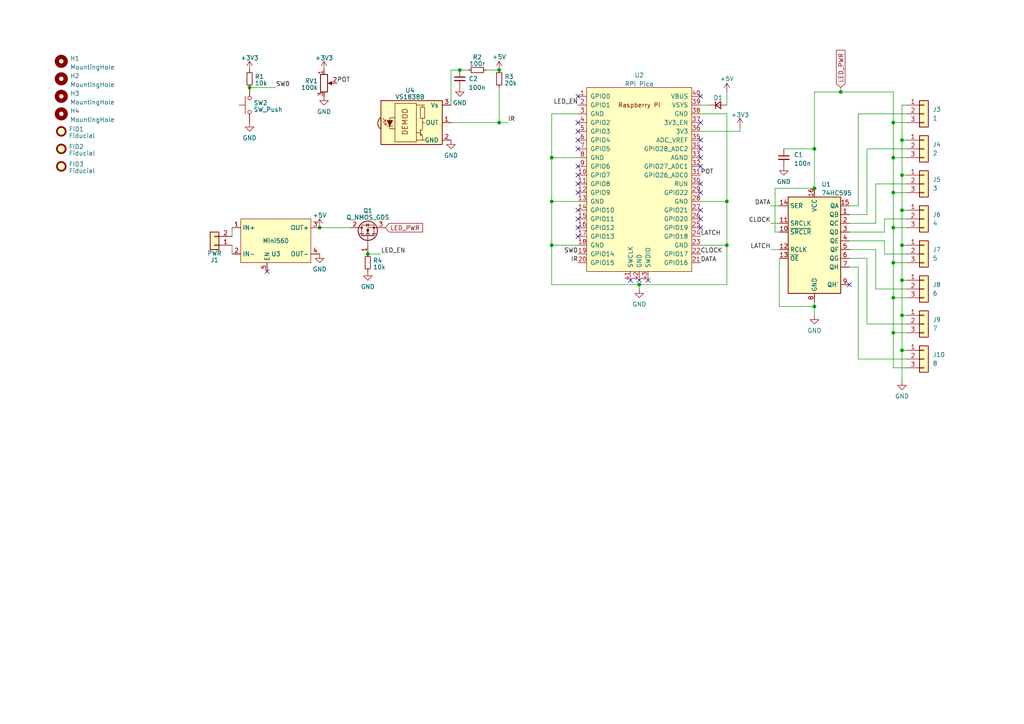
<source format=kicad_sch>
(kicad_sch (version 20230121) (generator eeschema)
  (paper "A4")
  (lib_symbols
    (symbol "12v-jelly:VS1838B" (pin_names (offset 1.016))
      (property "Reference" "U" (at -10.16 7.62 0))
      (property "Value" "VS1838B" (at -10.16 -7.62 0))
      (symbol "VS1838B_0_0"
        (arc (start -10.287 1.397) (mid -11.0899 -0.1852) (end -10.287 -1.778) (stroke (width 0.254)) (fill (type background)))
        (polyline (pts (xy 1.905 -5.08) (xy 0.127 -5.08)))
        (polyline (pts (xy 1.905 5.08) (xy 0.127 5.08)))
        (text "DEMOD" (at -3.175 0.254 900) (effects (font (size 1.524 1.524))))
      )
      (symbol "VS1838B_0_1"
        (rectangle (start -10.16 6.35) (end 7.62 -6.35) (stroke (width 0.254)) (fill (type background)))
        (rectangle (start -6.096 5.588) (end 0.127 -5.588))
        (polyline (pts (xy -8.763 0.381) (xy -9.652 1.27)))
        (polyline (pts (xy -8.763 0.381) (xy -9.271 0.381)))
        (polyline (pts (xy -8.763 0.381) (xy -8.763 0.889)))
        (polyline (pts (xy -8.636 -0.635) (xy -9.525 0.254)))
        (polyline (pts (xy -8.636 -0.635) (xy -9.144 -0.635)))
        (polyline (pts (xy -8.636 -0.635) (xy -8.636 -0.127)))
        (polyline (pts (xy -8.382 -1.016) (xy -6.731 -1.016)))
        (polyline (pts (xy 1.27 -2.921) (xy 0.127 -2.921)))
        (polyline (pts (xy 1.27 -1.905) (xy 1.27 -3.81)))
        (polyline (pts (xy 1.397 -3.556) (xy 1.524 -3.556)))
        (polyline (pts (xy 1.651 -3.556) (xy 1.524 -3.556)))
        (polyline (pts (xy 1.651 -3.556) (xy 1.651 -3.302)))
        (polyline (pts (xy 1.905 0) (xy 1.905 1.27)))
        (polyline (pts (xy 1.905 4.445) (xy 1.905 5.08) (xy 2.54 5.08)))
        (polyline (pts (xy -8.382 0.635) (xy -6.731 0.635) (xy -7.62 -1.016) (xy -8.382 0.635)) (fill (type outline)))
        (polyline (pts (xy -6.096 1.397) (xy -7.62 1.397) (xy -7.62 -1.778) (xy -6.096 -1.778)))
        (polyline (pts (xy 1.27 -3.175) (xy 1.905 -3.81) (xy 1.905 -5.08) (xy 2.54 -5.08)))
        (polyline (pts (xy 1.27 -2.54) (xy 1.905 -1.905) (xy 1.905 0) (xy 2.54 0)))
        (rectangle (start 2.54 1.27) (end 1.27 4.445))
      )
      (symbol "VS1838B_1_1"
        (pin output line (at 10.16 0 180) (length 2.54) (name "OUT") (number "1"))
        (pin power_in line (at 10.16 -5.08 180) (length 2.54) (name "GND") (number "2"))
        (pin power_in line (at 10.16 5.08 180) (length 2.54) (name "Vs") (number "3"))
      )
    )
    (symbol "12v-jelly:mini560"
      (property "Reference" "U" (at 0 -3.81 0))
      (property "Value" "Mini560" (at 0 0 0))
      (symbol "mini560_1_1"
        (rectangle (start -10.16 6.35) (end 10.16 -6.35) (fill (type background)))
        (pin input line (at -12.7 3.81 0) (length 2.54) (name "IN+") (number "1"))
        (pin input line (at -12.7 -3.81 0) (length 2.54) (name "IN-") (number "2"))
        (pin input line (at 12.7 3.81 180) (length 2.54) (name "OUT+") (number "3"))
        (pin input line (at 12.7 -3.81 180) (length 2.54) (name "OUT-") (number "4"))
        (pin input line (at -2.54 -8.89 90) (length 2.54) (name "EN") (number "5"))
      )
    )
    (symbol "74xx:74HC595"
      (property "Reference" "U" (at -7.62 13.97 0))
      (property "Value" "74HC595" (at -7.62 -16.51 0))
      (symbol "74HC595_1_0"
        (pin tri_state line (at 10.16 7.62 180) (length 2.54) (name "QB") (number "1"))
        (pin input line (at -10.16 2.54 0) (length 2.54) (name "~{SRCLR}") (number "10"))
        (pin input line (at -10.16 5.08 0) (length 2.54) (name "SRCLK") (number "11"))
        (pin input line (at -10.16 -2.54 0) (length 2.54) (name "RCLK") (number "12"))
        (pin input line (at -10.16 -5.08 0) (length 2.54) (name "~{OE}") (number "13"))
        (pin input line (at -10.16 10.16 0) (length 2.54) (name "SER") (number "14"))
        (pin tri_state line (at 10.16 10.16 180) (length 2.54) (name "QA") (number "15"))
        (pin power_in line (at 0 15.24 270) (length 2.54) (name "VCC") (number "16"))
        (pin tri_state line (at 10.16 5.08 180) (length 2.54) (name "QC") (number "2"))
        (pin tri_state line (at 10.16 2.54 180) (length 2.54) (name "QD") (number "3"))
        (pin tri_state line (at 10.16 0 180) (length 2.54) (name "QE") (number "4"))
        (pin tri_state line (at 10.16 -2.54 180) (length 2.54) (name "QF") (number "5"))
        (pin tri_state line (at 10.16 -5.08 180) (length 2.54) (name "QG") (number "6"))
        (pin tri_state line (at 10.16 -7.62 180) (length 2.54) (name "QH") (number "7"))
        (pin power_in line (at 0 -17.78 90) (length 2.54) (name "GND") (number "8"))
        (pin output line (at 10.16 -12.7 180) (length 2.54) (name "QH'") (number "9"))
      )
      (symbol "74HC595_1_1"
        (rectangle (start -7.62 12.7) (end 7.62 -15.24) (stroke (width 0.254)) (fill (type background)))
      )
    )
    (symbol "Connector_Generic:Conn_01x02" (pin_names (offset 1.016) hide)
      (property "Reference" "J" (at 0 2.54 0))
      (property "Value" "Conn_01x02" (at 0 -5.08 0))
      (symbol "Conn_01x02_1_1"
        (rectangle (start -1.27 -2.413) (end 0 -2.667) (stroke (width 0.1524)))
        (rectangle (start -1.27 0.127) (end 0 -0.127) (stroke (width 0.1524)))
        (rectangle (start -1.27 1.27) (end 1.27 -3.81) (stroke (width 0.254)) (fill (type background)))
        (pin passive line (at -5.08 0 0) (length 3.81) (name "Pin_1") (number "1"))
        (pin passive line (at -5.08 -2.54 0) (length 3.81) (name "Pin_2") (number "2"))
      )
    )
    (symbol "Connector_Generic:Conn_01x03" (pin_names (offset 1.016) hide)
      (property "Reference" "J" (at 0 5.08 0))
      (property "Value" "Conn_01x03" (at 0 -5.08 0))
      (symbol "Conn_01x03_1_1"
        (rectangle (start -1.27 -2.413) (end 0 -2.667) (stroke (width 0.1524)))
        (rectangle (start -1.27 0.127) (end 0 -0.127) (stroke (width 0.1524)))
        (rectangle (start -1.27 2.667) (end 0 2.413) (stroke (width 0.1524)))
        (rectangle (start -1.27 3.81) (end 1.27 -3.81) (stroke (width 0.254)) (fill (type background)))
        (pin passive line (at -5.08 2.54 0) (length 3.81) (name "Pin_1") (number "1"))
        (pin passive line (at -5.08 0 0) (length 3.81) (name "Pin_2") (number "2"))
        (pin passive line (at -5.08 -2.54 0) (length 3.81) (name "Pin_3") (number "3"))
      )
    )
    (symbol "Device:C_Small" (pin_numbers hide) (pin_names (offset 0.254) hide)
      (property "Reference" "C" (at 0.254 1.778 0))
      (property "Value" "C_Small" (at 0.254 -2.032 0))
      (symbol "C_Small_0_1"
        (polyline (pts (xy -1.524 -0.508) (xy 1.524 -0.508)) (stroke (width 0.3302)))
        (polyline (pts (xy -1.524 0.508) (xy 1.524 0.508)) (stroke (width 0.3048)))
      )
      (symbol "C_Small_1_1"
        (pin passive line (at 0 2.54 270) (length 2.032) (name "~") (number "1"))
        (pin passive line (at 0 -2.54 90) (length 2.032) (name "~") (number "2"))
      )
    )
    (symbol "Device:D_Small" (pin_numbers hide) (pin_names (offset 0.254) hide)
      (property "Reference" "D" (at -1.27 2.032 0))
      (property "Value" "D_Small" (at -3.81 -2.032 0))
      (symbol "D_Small_0_1"
        (polyline (pts (xy -0.762 -1.016) (xy -0.762 1.016)) (stroke (width 0.254)))
        (polyline (pts (xy -0.762 0) (xy 0.762 0)))
        (polyline (pts (xy 0.762 -1.016) (xy -0.762 0) (xy 0.762 1.016) (xy 0.762 -1.016)) (stroke (width 0.254)))
      )
      (symbol "D_Small_1_1"
        (pin passive line (at -2.54 0 0) (length 1.778) (name "K") (number "1"))
        (pin passive line (at 2.54 0 180) (length 1.778) (name "A") (number "2"))
      )
    )
    (symbol "Device:Q_NMOS_GDS" (pin_names (offset 0) hide)
      (property "Reference" "Q" (at 5.08 1.27 0))
      (property "Value" "Q_NMOS_GDS" (at 5.08 -1.27 0))
      (symbol "Q_NMOS_GDS_0_1"
        (polyline (pts (xy 0.254 0) (xy -2.54 0)))
        (polyline (pts (xy 0.254 1.905) (xy 0.254 -1.905)) (stroke (width 0.254)))
        (polyline (pts (xy 0.762 -1.27) (xy 0.762 -2.286)) (stroke (width 0.254)))
        (polyline (pts (xy 0.762 0.508) (xy 0.762 -0.508)) (stroke (width 0.254)))
        (polyline (pts (xy 0.762 2.286) (xy 0.762 1.27)) (stroke (width 0.254)))
        (polyline (pts (xy 2.54 2.54) (xy 2.54 1.778)))
        (polyline (pts (xy 2.54 -2.54) (xy 2.54 0) (xy 0.762 0)))
        (polyline (pts (xy 0.762 -1.778) (xy 3.302 -1.778) (xy 3.302 1.778) (xy 0.762 1.778)))
        (polyline (pts (xy 1.016 0) (xy 2.032 0.381) (xy 2.032 -0.381) (xy 1.016 0)) (fill (type outline)))
        (polyline (pts (xy 2.794 0.508) (xy 2.921 0.381) (xy 3.683 0.381) (xy 3.81 0.254)))
        (polyline (pts (xy 3.302 0.381) (xy 2.921 -0.254) (xy 3.683 -0.254) (xy 3.302 0.381)))
        (circle (center 1.651 0) (radius 2.794) (stroke (width 0.254)))
        (circle (center 2.54 -1.778) (radius 0.254) (fill (type outline)))
        (circle (center 2.54 1.778) (radius 0.254) (fill (type outline)))
      )
      (symbol "Q_NMOS_GDS_1_1"
        (pin input line (at -5.08 0 0) (length 2.54) (name "G") (number "1"))
        (pin passive line (at 2.54 5.08 270) (length 2.54) (name "D") (number "2"))
        (pin passive line (at 2.54 -5.08 90) (length 2.54) (name "S") (number "3"))
      )
    )
    (symbol "Device:R_Potentiometer" (pin_names (offset 1.016) hide)
      (property "Reference" "RV" (at -4.445 0 90))
      (property "Value" "R_Potentiometer" (at -2.54 0 90))
      (symbol "R_Potentiometer_0_1"
        (polyline (pts (xy 2.54 0) (xy 1.524 0)))
        (polyline (pts (xy 1.143 0) (xy 2.286 0.508) (xy 2.286 -0.508) (xy 1.143 0)) (fill (type outline)))
        (rectangle (start 1.016 2.54) (end -1.016 -2.54) (stroke (width 0.254)))
      )
      (symbol "R_Potentiometer_1_1"
        (pin passive line (at 0 3.81 270) (length 1.27) (name "1") (number "1"))
        (pin passive line (at 3.81 0 180) (length 1.27) (name "2") (number "2"))
        (pin passive line (at 0 -3.81 90) (length 1.27) (name "3") (number "3"))
      )
    )
    (symbol "Device:R_Small" (pin_numbers hide) (pin_names (offset 0.254) hide)
      (property "Reference" "R" (at 0.762 0.508 0))
      (property "Value" "R_Small" (at 0.762 -1.016 0))
      (symbol "R_Small_0_1"
        (rectangle (start -0.762 1.778) (end 0.762 -1.778) (stroke (width 0.2032)))
      )
      (symbol "R_Small_1_1"
        (pin passive line (at 0 2.54 270) (length 0.762) (name "~") (number "1"))
        (pin passive line (at 0 -2.54 90) (length 0.762) (name "~") (number "2"))
      )
    )
    (symbol "MCU_RaspberryPi_and_Boards:Pico" (pin_names (offset 1.016))
      (property "Reference" "U" (at -13.97 27.94 0))
      (property "Value" "Pico" (at 0 19.05 0))
      (symbol "Pico_0_0"
        (text "Raspberry Pi" (at 0 21.59 0) (effects (font (size 1.27 1.27))))
      )
      (symbol "Pico_0_1"
        (rectangle (start -15.24 26.67) (end 15.24 -26.67) (fill (type background)))
      )
      (symbol "Pico_1_1"
        (pin bidirectional line (at -17.78 24.13 0) (length 2.54) (name "GPIO0") (number "1"))
        (pin bidirectional line (at -17.78 1.27 0) (length 2.54) (name "GPIO7") (number "10"))
        (pin bidirectional line (at -17.78 -1.27 0) (length 2.54) (name "GPIO8") (number "11"))
        (pin bidirectional line (at -17.78 -3.81 0) (length 2.54) (name "GPIO9") (number "12"))
        (pin power_in line (at -17.78 -6.35 0) (length 2.54) (name "GND") (number "13"))
        (pin bidirectional line (at -17.78 -8.89 0) (length 2.54) (name "GPIO10") (number "14"))
        (pin bidirectional line (at -17.78 -11.43 0) (length 2.54) (name "GPIO11") (number "15"))
        (pin bidirectional line (at -17.78 -13.97 0) (length 2.54) (name "GPIO12") (number "16"))
        (pin bidirectional line (at -17.78 -16.51 0) (length 2.54) (name "GPIO13") (number "17"))
        (pin power_in line (at -17.78 -19.05 0) (length 2.54) (name "GND") (number "18"))
        (pin bidirectional line (at -17.78 -21.59 0) (length 2.54) (name "GPIO14") (number "19"))
        (pin bidirectional line (at -17.78 21.59 0) (length 2.54) (name "GPIO1") (number "2"))
        (pin bidirectional line (at -17.78 -24.13 0) (length 2.54) (name "GPIO15") (number "20"))
        (pin bidirectional line (at 17.78 -24.13 180) (length 2.54) (name "GPIO16") (number "21"))
        (pin bidirectional line (at 17.78 -21.59 180) (length 2.54) (name "GPIO17") (number "22"))
        (pin power_in line (at 17.78 -19.05 180) (length 2.54) (name "GND") (number "23"))
        (pin bidirectional line (at 17.78 -16.51 180) (length 2.54) (name "GPIO18") (number "24"))
        (pin bidirectional line (at 17.78 -13.97 180) (length 2.54) (name "GPIO19") (number "25"))
        (pin bidirectional line (at 17.78 -11.43 180) (length 2.54) (name "GPIO20") (number "26"))
        (pin bidirectional line (at 17.78 -8.89 180) (length 2.54) (name "GPIO21") (number "27"))
        (pin power_in line (at 17.78 -6.35 180) (length 2.54) (name "GND") (number "28"))
        (pin bidirectional line (at 17.78 -3.81 180) (length 2.54) (name "GPIO22") (number "29"))
        (pin power_in line (at -17.78 19.05 0) (length 2.54) (name "GND") (number "3"))
        (pin input line (at 17.78 -1.27 180) (length 2.54) (name "RUN") (number "30"))
        (pin bidirectional line (at 17.78 1.27 180) (length 2.54) (name "GPIO26_ADC0") (number "31"))
        (pin bidirectional line (at 17.78 3.81 180) (length 2.54) (name "GPIO27_ADC1") (number "32"))
        (pin power_in line (at 17.78 6.35 180) (length 2.54) (name "AGND") (number "33"))
        (pin bidirectional line (at 17.78 8.89 180) (length 2.54) (name "GPIO28_ADC2") (number "34"))
        (pin unspecified line (at 17.78 11.43 180) (length 2.54) (name "ADC_VREF") (number "35"))
        (pin unspecified line (at 17.78 13.97 180) (length 2.54) (name "3V3") (number "36"))
        (pin input line (at 17.78 16.51 180) (length 2.54) (name "3V3_EN") (number "37"))
        (pin bidirectional line (at 17.78 19.05 180) (length 2.54) (name "GND") (number "38"))
        (pin unspecified line (at 17.78 21.59 180) (length 2.54) (name "VSYS") (number "39"))
        (pin bidirectional line (at -17.78 16.51 0) (length 2.54) (name "GPIO2") (number "4"))
        (pin unspecified line (at 17.78 24.13 180) (length 2.54) (name "VBUS") (number "40"))
        (pin input line (at -2.54 -29.21 90) (length 2.54) (name "SWCLK") (number "41"))
        (pin power_in line (at 0 -29.21 90) (length 2.54) (name "GND") (number "42"))
        (pin bidirectional line (at 2.54 -29.21 90) (length 2.54) (name "SWDIO") (number "43"))
        (pin bidirectional line (at -17.78 13.97 0) (length 2.54) (name "GPIO3") (number "5"))
        (pin bidirectional line (at -17.78 11.43 0) (length 2.54) (name "GPIO4") (number "6"))
        (pin bidirectional line (at -17.78 8.89 0) (length 2.54) (name "GPIO5") (number "7"))
        (pin power_in line (at -17.78 6.35 0) (length 2.54) (name "GND") (number "8"))
        (pin bidirectional line (at -17.78 3.81 0) (length 2.54) (name "GPIO6") (number "9"))
      )
    )
    (symbol "Mechanical:Fiducial"
      (property "Reference" "FID" (at 0 5.08 0))
      (property "Value" "Fiducial" (at 0 3.175 0))
      (symbol "Fiducial_0_1"
        (circle (center 0 0) (radius 1.27) (stroke (width 0.508)) (fill (type background)))
      )
    )
    (symbol "Mechanical:MountingHole" (pin_names (offset 1.016))
      (property "Reference" "H" (at 0 5.08 0))
      (property "Value" "MountingHole" (at 0 3.175 0))
      (symbol "MountingHole_0_1"
        (circle (center 0 0) (radius 1.27) (stroke (width 1.27)))
      )
    )
    (symbol "Switch:SW_Push" (pin_numbers hide) (pin_names (offset 1.016) hide)
      (property "Reference" "SW" (at 1.27 2.54 0))
      (property "Value" "SW_Push" (at 0 -1.524 0))
      (symbol "SW_Push_0_1"
        (circle (center -2.032 0) (radius 0.508))
        (polyline (pts (xy 0 1.27) (xy 0 3.048)))
        (polyline (pts (xy 2.54 1.27) (xy -2.54 1.27)))
        (circle (center 2.032 0) (radius 0.508))
        (pin passive line (at -5.08 0 0) (length 2.54) (name "1") (number "1"))
        (pin passive line (at 5.08 0 180) (length 2.54) (name "2") (number "2"))
      )
    )
    (symbol "power:+3V3" (power) (pin_names (offset 0))
      (property "Value" "+3V3" (at 0 3.556 0))
      (symbol "+3V3_0_1"
        (polyline (pts (xy -0.762 1.27) (xy 0 2.54)))
        (polyline (pts (xy 0 0) (xy 0 2.54)))
        (polyline (pts (xy 0 2.54) (xy 0.762 1.27)))
      )
      (symbol "+3V3_1_1"
        (pin power_in line (at 0 0 90) (length 0) hide (name "+3V3") (number "1"))
      )
    )
    (symbol "power:+5V" (power) (pin_names (offset 0))
      (property "Value" "+5V" (at 0 3.556 0))
      (symbol "+5V_0_1"
        (polyline (pts (xy -0.762 1.27) (xy 0 2.54)))
        (polyline (pts (xy 0 0) (xy 0 2.54)))
        (polyline (pts (xy 0 2.54) (xy 0.762 1.27)))
      )
      (symbol "+5V_1_1"
        (pin power_in line (at 0 0 90) (length 0) hide (name "+5V") (number "1"))
      )
    )
    (symbol "power:GND" (power) (pin_names (offset 0))
      (property "Value" "GND" (at 0 -3.81 0))
      (symbol "GND_0_1"
        (polyline (pts (xy 0 0) (xy 0 -1.27) (xy 1.27 -1.27) (xy 0 -2.54) (xy -1.27 -1.27) (xy 0 -1.27)))
      )
      (symbol "GND_1_1"
        (pin power_in line (at 0 0 270) (length 0) hide (name "GND") (number "1"))
      )
    )
  )
  (junction (at 144.78 35.56))
  (junction (at 261.62 91.44))
  (junction (at 160.02 45.72))
  (junction (at 261.62 101.6))
  (junction (at 133.35 20.32))
  (junction (at 261.62 60.96))
  (junction (at 259.08 76.2))
  (junction (at 210.82 71.12))
  (junction (at 236.22 54.61))
  (junction (at 261.62 50.8))
  (junction (at 210.82 58.42))
  (junction (at 144.78 20.32))
  (junction (at 243.84 26.67))
  (junction (at 261.62 81.28))
  (junction (at 236.22 43.18))
  (junction (at 160.02 58.42))
  (junction (at 185.42 82.55))
  (junction (at 259.08 66.04))
  (junction (at 261.62 40.64))
  (junction (at 106.68 73.66))
  (junction (at 259.08 35.56))
  (junction (at 72.39 25.4))
  (junction (at 259.08 45.72))
  (junction (at 259.08 55.88))
  (junction (at 261.62 71.12))
  (junction (at 92.71 66.04))
  (junction (at 160.02 71.12))
  (junction (at 259.08 96.52))
  (junction (at 259.08 86.36))
  (junction (at 236.22 88.9))
  (no_connect (at 167.64 35.56))
  (no_connect (at 203.2 63.5))
  (no_connect (at 203.2 66.04))
  (no_connect (at 246.38 82.55))
  (no_connect (at 203.2 35.56))
  (no_connect (at 203.2 40.64))
  (no_connect (at 203.2 43.18))
  (no_connect (at 167.64 48.26))
  (no_connect (at 167.64 50.8))
  (no_connect (at 167.64 53.34))
  (no_connect (at 167.64 55.88))
  (no_connect (at 167.64 60.96))
  (no_connect (at 167.64 63.5))
  (no_connect (at 167.64 66.04))
  (no_connect (at 167.64 68.58))
  (no_connect (at 167.64 27.94))
  (no_connect (at 203.2 27.94))
  (no_connect (at 203.2 45.72))
  (no_connect (at 203.2 48.26))
  (no_connect (at 182.88 81.28))
  (no_connect (at 187.96 81.28))
  (no_connect (at 203.2 53.34))
  (no_connect (at 203.2 55.88))
  (no_connect (at 203.2 60.96))
  (no_connect (at 167.64 38.1))
  (no_connect (at 167.64 40.64))
  (no_connect (at 167.64 43.18))
  (no_connect (at 185.42 81.28))
  (no_connect (at 77.47 78.74))
  (wire (pts (xy 227.33 43.18) (xy 236.22 43.18)))
  (wire (pts (xy 251.46 43.18) (xy 251.46 62.23)))
  (wire (pts (xy 223.52 72.39) (xy 226.06 72.39)))
  (wire (pts (xy 236.22 43.18) (xy 236.22 26.67)))
  (wire (pts (xy 144.78 25.4) (xy 144.78 35.56)))
  (wire (pts (xy 256.54 69.85) (xy 246.38 69.85)))
  (wire (pts (xy 223.52 59.69) (xy 226.06 59.69)))
  (wire (pts (xy 261.62 40.64) (xy 261.62 30.48)))
  (wire (pts (xy 185.42 82.55) (xy 210.82 82.55)))
  (wire (pts (xy 259.08 76.2) (xy 259.08 86.36)))
  (wire (pts (xy 160.02 58.42) (xy 167.64 58.42)))
  (wire (pts (xy 243.84 25.4) (xy 243.84 26.67)))
  (wire (pts (xy 261.62 91.44) (xy 262.89 91.44)))
  (wire (pts (xy 224.79 67.31) (xy 224.79 54.61)))
  (wire (pts (xy 236.22 88.9) (xy 236.22 91.44)))
  (wire (pts (xy 262.89 63.5) (xy 256.54 63.5)))
  (wire (pts (xy 261.62 81.28) (xy 261.62 91.44)))
  (wire (pts (xy 144.78 35.56) (xy 147.32 35.56)))
  (wire (pts (xy 67.31 66.04) (xy 67.31 68.58)))
  (wire (pts (xy 259.08 35.56) (xy 262.89 35.56)))
  (wire (pts (xy 262.89 83.82) (xy 254 83.82)))
  (wire (pts (xy 259.08 26.67) (xy 259.08 35.56)))
  (wire (pts (xy 251.46 74.93) (xy 246.38 74.93)))
  (wire (pts (xy 262.89 43.18) (xy 251.46 43.18)))
  (wire (pts (xy 210.82 30.48) (xy 210.82 26.67)))
  (wire (pts (xy 256.54 63.5) (xy 256.54 67.31)))
  (wire (pts (xy 259.08 45.72) (xy 262.89 45.72)))
  (wire (pts (xy 259.08 45.72) (xy 259.08 55.88)))
  (wire (pts (xy 261.62 30.48) (xy 262.89 30.48)))
  (wire (pts (xy 72.39 25.4) (xy 80.01 25.4)))
  (wire (pts (xy 251.46 62.23) (xy 246.38 62.23)))
  (wire (pts (xy 133.35 20.32) (xy 130.81 20.32)))
  (wire (pts (xy 160.02 45.72) (xy 167.64 45.72)))
  (wire (pts (xy 262.89 53.34) (xy 254 53.34)))
  (wire (pts (xy 236.22 88.9) (xy 226.06 88.9)))
  (wire (pts (xy 210.82 33.02) (xy 203.2 33.02)))
  (wire (pts (xy 92.71 66.04) (xy 101.6 66.04)))
  (wire (pts (xy 160.02 33.02) (xy 160.02 45.72)))
  (wire (pts (xy 203.2 38.1) (xy 214.63 38.1)))
  (wire (pts (xy 251.46 93.98) (xy 251.46 74.93)))
  (wire (pts (xy 243.84 26.67) (xy 259.08 26.67)))
  (wire (pts (xy 259.08 106.68) (xy 262.89 106.68)))
  (wire (pts (xy 259.08 66.04) (xy 259.08 76.2)))
  (wire (pts (xy 261.62 101.6) (xy 261.62 110.49)))
  (wire (pts (xy 259.08 96.52) (xy 262.89 96.52)))
  (wire (pts (xy 160.02 45.72) (xy 160.02 58.42)))
  (wire (pts (xy 262.89 81.28) (xy 261.62 81.28)))
  (wire (pts (xy 261.62 40.64) (xy 262.89 40.64)))
  (wire (pts (xy 261.62 91.44) (xy 261.62 101.6)))
  (wire (pts (xy 160.02 82.55) (xy 185.42 82.55)))
  (wire (pts (xy 254 53.34) (xy 254 64.77)))
  (wire (pts (xy 259.08 55.88) (xy 259.08 66.04)))
  (wire (pts (xy 259.08 86.36) (xy 262.89 86.36)))
  (wire (pts (xy 133.35 20.32) (xy 135.89 20.32)))
  (wire (pts (xy 254 72.39) (xy 246.38 72.39)))
  (wire (pts (xy 223.52 64.77) (xy 226.06 64.77)))
  (wire (pts (xy 210.82 71.12) (xy 203.2 71.12)))
  (wire (pts (xy 106.68 73.66) (xy 110.49 73.66)))
  (wire (pts (xy 259.08 55.88) (xy 262.89 55.88)))
  (wire (pts (xy 210.82 58.42) (xy 203.2 58.42)))
  (wire (pts (xy 256.54 67.31) (xy 246.38 67.31)))
  (wire (pts (xy 261.62 60.96) (xy 261.62 50.8)))
  (wire (pts (xy 236.22 26.67) (xy 243.84 26.67)))
  (wire (pts (xy 224.79 54.61) (xy 236.22 54.61)))
  (wire (pts (xy 210.82 58.42) (xy 210.82 33.02)))
  (wire (pts (xy 210.82 82.55) (xy 210.82 71.12)))
  (wire (pts (xy 259.08 76.2) (xy 262.89 76.2)))
  (wire (pts (xy 261.62 71.12) (xy 262.89 71.12)))
  (wire (pts (xy 261.62 71.12) (xy 261.62 60.96)))
  (wire (pts (xy 262.89 104.14) (xy 248.92 104.14)))
  (wire (pts (xy 259.08 86.36) (xy 259.08 96.52)))
  (wire (pts (xy 254 64.77) (xy 246.38 64.77)))
  (wire (pts (xy 210.82 71.12) (xy 210.82 58.42)))
  (wire (pts (xy 254 83.82) (xy 254 72.39)))
  (wire (pts (xy 236.22 43.18) (xy 236.22 54.61)))
  (wire (pts (xy 67.31 71.12) (xy 67.31 73.66)))
  (wire (pts (xy 261.62 50.8) (xy 261.62 40.64)))
  (wire (pts (xy 248.92 77.47) (xy 246.38 77.47)))
  (wire (pts (xy 259.08 35.56) (xy 259.08 45.72)))
  (wire (pts (xy 236.22 87.63) (xy 236.22 88.9)))
  (wire (pts (xy 248.92 104.14) (xy 248.92 77.47)))
  (wire (pts (xy 259.08 96.52) (xy 259.08 106.68)))
  (wire (pts (xy 262.89 33.02) (xy 248.92 33.02)))
  (wire (pts (xy 214.63 38.1) (xy 214.63 36.83)))
  (wire (pts (xy 160.02 71.12) (xy 167.64 71.12)))
  (wire (pts (xy 248.92 33.02) (xy 248.92 59.69)))
  (wire (pts (xy 261.62 81.28) (xy 261.62 71.12)))
  (wire (pts (xy 226.06 67.31) (xy 224.79 67.31)))
  (wire (pts (xy 167.64 33.02) (xy 160.02 33.02)))
  (wire (pts (xy 160.02 58.42) (xy 160.02 71.12)))
  (wire (pts (xy 130.81 20.32) (xy 130.81 30.48)))
  (wire (pts (xy 226.06 88.9) (xy 226.06 74.93)))
  (wire (pts (xy 261.62 60.96) (xy 262.89 60.96)))
  (wire (pts (xy 262.89 73.66) (xy 256.54 73.66)))
  (wire (pts (xy 256.54 73.66) (xy 256.54 69.85)))
  (wire (pts (xy 261.62 50.8) (xy 262.89 50.8)))
  (wire (pts (xy 203.2 30.48) (xy 205.74 30.48)))
  (wire (pts (xy 140.97 20.32) (xy 144.78 20.32)))
  (wire (pts (xy 259.08 66.04) (xy 262.89 66.04)))
  (wire (pts (xy 261.62 101.6) (xy 262.89 101.6)))
  (wire (pts (xy 144.78 35.56) (xy 130.81 35.56)))
  (wire (pts (xy 160.02 71.12) (xy 160.02 82.55)))
  (wire (pts (xy 246.38 59.69) (xy 248.92 59.69)))
  (wire (pts (xy 185.42 82.55) (xy 185.42 83.82)))
  (wire (pts (xy 262.89 93.98) (xy 251.46 93.98)))
  (label "POT" (at 203.2 50.8 0))
  (label "SW0" (at 167.64 73.66 180))
  (label "CLOCK" (at 223.52 64.77 180))
  (label "DATA" (at 223.52 59.69 180))
  (label "LATCH" (at 223.52 72.39 180))
  (label "POT" (at 97.79 24.13 0))
  (label "IR" (at 167.64 76.2 180))
  (label "LED_EN" (at 167.64 30.48 180))
  (label "LED_EN" (at 110.49 73.66 0))
  (label "SW0" (at 80.01 25.4 0))
  (label "DATA" (at 203.2 76.2 0))
  (label "LATCH" (at 203.2 68.58 0))
  (label "IR" (at 147.32 35.56 0))
  (label "CLOCK" (at 203.2 73.66 0))
  (global_label "LED_PWR" (shape input) (at 111.76 66.04 0) (property "Intersheetrefs" "${INTERSHEET_REFS}" (effects hide)))
  (global_label "LED_PWR" (shape input) (at 243.84 25.4 90) (property "Intersheetrefs" "${INTERSHEET_REFS}" (effects hide)))
  (symbol (lib_id "Mechanical:Fiducial") (at 17.78 43.18 0) (unit 1)
    (property "Reference" "FID2" (at 19.939 42.5363 0) (effects (justify left)))
    (property "Value" "Fiducial" (at 19.939 44.4573 0) (effects (justify left)))
    (property "Footprint" "Fiducial:Fiducial_1mm_Mask2mm" (effects hide))
  )
  (symbol (lib_id "Connector_Generic:Conn_01x03") (at 267.97 83.82 0) (unit 1)
    (property "Reference" "J8" (at 270.51 82.55 0) (effects (justify left)))
    (property "Value" "6" (at 270.51 85.09 0) (effects (justify left)))
    (property "Footprint" "Connector_Molex:Molex_KK-254_AE-6410-03A_1x03_P2.54mm_Vertical" (effects hide))
  )
  (symbol (lib_id "Connector_Generic:Conn_01x02") (at 62.23 71.12 180) (unit 1)
    (property "Reference" "J1" (at 62.23 75.3999 0))
    (property "Value" "PWR" (at 62.23 73.4789 0))
    (property "Footprint" "Connector_AMASS:AMASS_XT30PW-M_1x02_P2.50mm_Horizontal" (effects hide))
  )
  (symbol (lib_id "power:GND") (at 236.22 91.44 0) (unit 1)
    (property "Reference" "#PWR09" (effects hide))
    (property "Value" "GND" (at 236.22 95.8834 0))
  )
  (symbol (lib_id "12v-jelly:VS1838B") (at 120.65 35.56 0) (unit 1)
    (property "Reference" "U4" (at 118.915 26.2001 0))
    (property "Value" "VS1838B" (at 118.915 28.1211 0))
    (property "Footprint" "OptoDevice:Vishay_MOLD-3Pin" (effects hide))
  )
  (symbol (lib_id "74xx:74HC595") (at 236.22 69.85 0) (unit 1)
    (property "Reference" "U1" (at 238.2394 53.4502 0) (effects (justify left)))
    (property "Value" "74HC595" (at 238.2394 55.9871 0) (effects (justify left)))
    (property "Footprint" "Package_SO:SOIC-16_3.9x9.9mm_P1.27mm" (effects hide))
    (property "Datasheet" "http://www.ti.com/lit/ds/symlink/sn74hc595.pdf" (effects hide))
    (property "LCSC" "C5947" (effects hide))
  )
  (symbol (lib_id "Mechanical:Fiducial") (at 17.78 48.26 0) (unit 1)
    (property "Reference" "FID3" (at 19.939 47.6163 0) (effects (justify left)))
    (property "Value" "Fiducial" (at 19.939 49.5373 0) (effects (justify left)))
    (property "Footprint" "Fiducial:Fiducial_1mm_Mask2mm" (effects hide))
  )
  (symbol (lib_id "Device:Q_NMOS_GDS") (at 106.68 68.58 90) (unit 1)
    (property "Reference" "Q1" (at 106.68 61.1251 90))
    (property "Value" "Q_NMOS_GDS" (at 106.68 63.0461 90))
    (property "Footprint" "Package_TO_SOT_SMD:TO-252-3_TabPin2" (effects hide))
  )
  (symbol (lib_id "Connector_Generic:Conn_01x03") (at 267.97 104.14 0) (unit 1)
    (property "Reference" "J10" (at 270.51 102.87 0) (effects (justify left)))
    (property "Value" "8" (at 270.51 105.41 0) (effects (justify left)))
    (property "Footprint" "Connector_Molex:Molex_KK-254_AE-6410-03A_1x03_P2.54mm_Vertical" (effects hide))
  )
  (symbol (lib_id "Device:R_Small") (at 72.39 22.86 0) (unit 1)
    (property "Reference" "R1" (at 73.8886 22.2163 0) (effects (justify left)))
    (property "Value" "10k" (at 73.8886 24.1373 0) (effects (justify left)))
    (property "Footprint" "Resistor_SMD:R_0603_1608Metric" (effects hide))
  )
  (symbol (lib_id "Connector_Generic:Conn_01x03") (at 267.97 93.98 0) (unit 1)
    (property "Reference" "J9" (at 270.51 92.71 0) (effects (justify left)))
    (property "Value" "7" (at 270.51 95.25 0) (effects (justify left)))
    (property "Footprint" "Connector_Molex:Molex_KK-254_AE-6410-03A_1x03_P2.54mm_Vertical" (effects hide))
  )
  (symbol (lib_id "Device:R_Small") (at 144.78 22.86 180) (unit 1)
    (property "Reference" "R3" (at 146.2786 22.2163 0) (effects (justify right)))
    (property "Value" "20k" (at 146.2786 24.1373 0) (effects (justify right)))
    (property "Footprint" "Resistor_SMD:R_0603_1608Metric" (effects hide))
  )
  (symbol (lib_id "Connector_Generic:Conn_01x03") (at 267.97 53.34 0) (unit 1)
    (property "Reference" "J5" (at 270.51 52.07 0) (effects (justify left)))
    (property "Value" "3" (at 270.51 54.61 0) (effects (justify left)))
    (property "Footprint" "Connector_Molex:Molex_KK-254_AE-6410-03A_1x03_P2.54mm_Vertical" (effects hide))
  )
  (symbol (lib_id "Device:R_Potentiometer") (at 93.98 24.13 0) (unit 1)
    (property "Reference" "RV1" (at 92.202 23.4863 0) (effects (justify right)))
    (property "Value" "100k" (at 92.202 25.4073 0) (effects (justify right)))
    (property "Footprint" "Potentiometer_THT:Potentiometer_Piher_PT-10-V10_Vertical_Hole" (effects hide))
  )
  (symbol (lib_id "Connector_Generic:Conn_01x03") (at 267.97 43.18 0) (unit 1)
    (property "Reference" "J4" (at 270.51 41.91 0) (effects (justify left)))
    (property "Value" "2" (at 270.51 44.45 0) (effects (justify left)))
    (property "Footprint" "Connector_Molex:Molex_KK-254_AE-6410-03A_1x03_P2.54mm_Vertical" (effects hide))
  )
  (symbol (lib_id "MCU_RaspberryPi_and_Boards:Pico") (at 185.42 52.07 0) (unit 1)
    (property "Reference" "U2" (at 185.42 21.8272 0))
    (property "Value" "RPi Pico" (at 185.42 24.3641 0))
    (property "Footprint" "MCU_RaspberryPi_and_Boards:RPi_Pico_SMD" (effects hide))
  )
  (symbol (lib_id "Device:C_Small") (at 227.33 45.72 0) (unit 1)
    (property "Reference" "C1" (at 230.251 44.8853 0) (effects (justify left)))
    (property "Value" "100n" (at 230.251 47.4222 0) (effects (justify left)))
    (property "Footprint" "Capacitor_SMD:C_0603_1608Metric" (effects hide))
  )
  (symbol (lib_id "power:GND") (at 106.68 78.74 0) (unit 1)
    (property "Reference" "#PWR03" (effects hide))
    (property "Value" "GND" (at 106.68 83.1834 0))
  )
  (symbol (lib_id "power:GND") (at 130.81 40.64 0) (unit 1)
    (property "Reference" "#PWR012" (effects hide))
    (property "Value" "GND" (at 130.81 45.0834 0))
  )
  (symbol (lib_id "power:+5V") (at 144.78 20.32 0) (unit 1)
    (property "Reference" "#PWR011" (effects hide))
    (property "Value" "+5V" (at 144.78 16.51 0))
  )
  (symbol (lib_id "Mechanical:Fiducial") (at 17.78 38.1 0) (unit 1)
    (property "Reference" "FID1" (at 19.939 37.4563 0) (effects (justify left)))
    (property "Value" "Fiducial" (at 19.939 39.3773 0) (effects (justify left)))
    (property "Footprint" "Fiducial:Fiducial_1mm_Mask2mm" (effects hide))
  )
  (symbol (lib_id "Connector_Generic:Conn_01x03") (at 267.97 33.02 0) (unit 1)
    (property "Reference" "J3" (at 270.51 31.75 0) (effects (justify left)))
    (property "Value" "1" (at 270.51 34.29 0) (effects (justify left)))
    (property "Footprint" "Connector_Molex:Molex_KK-254_AE-6410-03A_1x03_P2.54mm_Vertical" (effects hide))
  )
  (symbol (lib_id "power:GND") (at 93.98 27.94 0) (unit 1)
    (property "Reference" "#PWR08" (effects hide))
    (property "Value" "GND" (at 93.98 32.3834 0))
  )
  (symbol (lib_id "power:GND") (at 133.35 25.4 0) (unit 1)
    (property "Reference" "#PWR013" (effects hide))
    (property "Value" "GND" (at 133.35 29.8434 0))
  )
  (symbol (lib_id "12v-jelly:mini560") (at 80.01 69.85 0) (unit 1)
    (property "Reference" "U3" (at 80.01 73.66 0))
    (property "Value" "Mini560" (at 80.01 69.85 0))
    (property "Footprint" "12v-jelly:mini560" (effects hide))
  )
  (symbol (lib_id "Mechanical:MountingHole") (at 17.78 33.02 0) (unit 1)
    (property "Reference" "H4" (at 20.32 32.1853 0) (effects (justify left)))
    (property "Value" "MountingHole" (at 20.32 34.7222 0) (effects (justify left)))
    (property "Footprint" "MountingHole:MountingHole_3.2mm_M3" (effects hide))
  )
  (symbol (lib_id "Device:D_Small") (at 208.28 30.48 0) (unit 1)
    (property "Reference" "D1" (at 208.28 28.3751 0))
    (property "Value" "D_Small" (effects hide))
    (property "Footprint" "Diode_SMD:D_0805_2012Metric" (effects hide))
    (property "Sim.Device" "D" (effects hide))
    (property "Sim.Pins" "1=K 2=A" (effects hide))
    (property "LCSC" "C146335" (effects hide))
  )
  (symbol (lib_id "Switch:SW_Push") (at 72.39 30.48 90) (unit 1)
    (property "Reference" "SW2" (at 73.533 29.8363 90) (effects (justify right)))
    (property "Value" "SW_Push" (at 73.533 31.7573 90) (effects (justify right)))
    (property "Footprint" "Button_Switch_THT:SW_PUSH_6mm_H13mm" (effects hide))
  )
  (symbol (lib_id "power:GND") (at 92.71 73.66 0) (unit 1)
    (property "Reference" "#PWR02" (effects hide))
    (property "Value" "GND" (at 92.71 78.1034 0))
  )
  (symbol (lib_id "Device:R_Small") (at 138.43 20.32 90) (unit 1)
    (property "Reference" "R2" (at 138.43 16.5735 90))
    (property "Value" "100r" (at 138.43 18.4945 90))
    (property "Footprint" "Resistor_SMD:R_0603_1608Metric" (effects hide))
  )
  (symbol (lib_id "Mechanical:MountingHole") (at 17.78 17.78 0) (unit 1)
    (property "Reference" "H1" (at 20.32 16.9453 0) (effects (justify left)))
    (property "Value" "MountingHole" (at 20.32 19.4822 0) (effects (justify left)))
    (property "Footprint" "MountingHole:MountingHole_3.2mm_M3" (effects hide))
  )
  (symbol (lib_id "Connector_Generic:Conn_01x03") (at 267.97 63.5 0) (unit 1)
    (property "Reference" "J6" (at 270.51 62.23 0) (effects (justify left)))
    (property "Value" "4" (at 270.51 64.77 0) (effects (justify left)))
    (property "Footprint" "Connector_Molex:Molex_KK-254_AE-6410-03A_1x03_P2.54mm_Vertical" (effects hide))
  )
  (symbol (lib_id "Device:C_Small") (at 133.35 22.86 0) (unit 1)
    (property "Reference" "C2" (at 135.89 22.86 0) (effects (justify left)))
    (property "Value" "100n" (at 135.89 25.4 0) (effects (justify left)))
    (property "Footprint" "Capacitor_SMD:C_0603_1608Metric" (effects hide))
  )
  (symbol (lib_id "power:+3V3") (at 214.63 36.83 0) (unit 1)
    (property "Reference" "#PWR05" (effects hide))
    (property "Value" "+3V3" (at 214.63 33.3281 0))
  )
  (symbol (lib_id "power:GND") (at 185.42 83.82 0) (unit 1)
    (property "Reference" "#PWR0102" (effects hide))
    (property "Value" "GND" (at 185.42 88.2634 0))
  )
  (symbol (lib_id "power:+3V3") (at 93.98 20.32 0) (unit 1)
    (property "Reference" "#PWR07" (effects hide))
    (property "Value" "+3V3" (at 93.98 16.8181 0))
  )
  (symbol (lib_id "power:GND") (at 261.62 110.49 0) (unit 1)
    (property "Reference" "#PWR010" (effects hide))
    (property "Value" "GND" (at 261.62 114.9334 0))
  )
  (symbol (lib_id "Mechanical:MountingHole") (at 17.78 22.86 0) (unit 1)
    (property "Reference" "H2" (at 20.32 22.0253 0) (effects (justify left)))
    (property "Value" "MountingHole" (at 20.32 24.5622 0) (effects (justify left)))
    (property "Footprint" "MountingHole:MountingHole_3.2mm_M3" (effects hide))
  )
  (symbol (lib_id "power:GND") (at 72.39 35.56 0) (unit 1)
    (property "Reference" "#PWR020" (effects hide))
    (property "Value" "GND" (at 72.39 40.0034 0))
  )
  (symbol (lib_id "Mechanical:MountingHole") (at 17.78 27.94 0) (unit 1)
    (property "Reference" "H3" (at 20.32 27.1053 0) (effects (justify left)))
    (property "Value" "MountingHole" (at 20.32 29.6422 0) (effects (justify left)))
    (property "Footprint" "MountingHole:MountingHole_3.2mm_M3" (effects hide))
  )
  (symbol (lib_id "power:+5V") (at 92.71 66.04 0) (unit 1)
    (property "Reference" "#PWR01" (effects hide))
    (property "Value" "+5V" (at 92.71 62.4642 0))
  )
  (symbol (lib_id "Device:R_Small") (at 106.68 76.2 0) (unit 1)
    (property "Reference" "R4" (at 108.1786 75.5563 0) (effects (justify left)))
    (property "Value" "10k" (at 108.1786 77.4773 0) (effects (justify left)))
    (property "Footprint" "Resistor_SMD:R_0603_1608Metric" (effects hide))
  )
  (symbol (lib_id "Connector_Generic:Conn_01x03") (at 267.97 73.66 0) (unit 1)
    (property "Reference" "J7" (at 270.51 72.39 0) (effects (justify left)))
    (property "Value" "5" (at 270.51 74.93 0) (effects (justify left)))
    (property "Footprint" "Connector_Molex:Molex_KK-254_AE-6410-03A_1x03_P2.54mm_Vertical" (effects hide))
  )
  (symbol (lib_id "power:+5V") (at 210.82 26.67 0) (unit 1)
    (property "Reference" "#PWR04" (effects hide))
    (property "Value" "+5V" (at 210.82 22.86 0))
  )
  (symbol (lib_id "power:+3V3") (at 72.39 20.32 0) (unit 1)
    (property "Reference" "#PWR019" (effects hide))
    (property "Value" "+3V3" (at 72.39 16.8181 0))
  )
  (symbol (lib_id "power:GND") (at 227.33 48.26 0) (unit 1)
    (property "Reference" "#PWR0101" (effects hide))
    (property "Value" "GND" (at 227.33 52.7034 0))
  )
)
</source>
